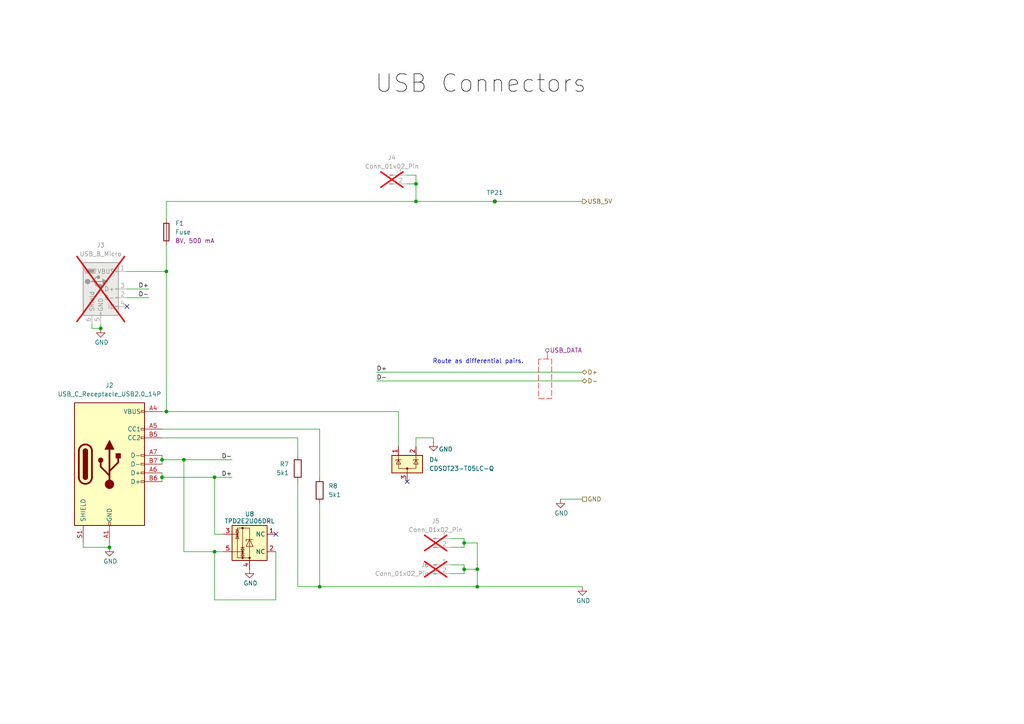
<source format=kicad_sch>
(kicad_sch (version 20250114) (generator "eeschema") (generator_version "9.0")
  (paper "A4")
  (title_block (title "MAGE-CANBOB-002") (date "2025-05-14") (rev "1") (comment 1 "Yiannis Michael") (comment 2 "2025-05-14") (comment 3 "Chris Thomas") (comment 4 "2025-06-02"))
  (lib_symbols
    (symbol "Connector:Conn_01x02_Pin" (pin_names (offset 1.016) (hide yes))
      (property "Reference" "J" (at 0 2.54 0))
      (property "Value" "Conn_01x02_Pin" (at 0 -5.08 0))
      (symbol "Conn_01x02_Pin_1_1"
        (rectangle (start 0.8636 0.127) (end 0 -0.127) (stroke (width 0.1524)) (fill (type outline)))
        (rectangle (start 0.8636 -2.413) (end 0 -2.667) (stroke (width 0.1524)) (fill (type outline)))
        (polyline (pts (xy 1.27 0) (xy 0.8636 0)) (stroke (width 0.1524)))
        (polyline (pts (xy 1.27 -2.54) (xy 0.8636 -2.54)) (stroke (width 0.1524)))
        (pin passive line (at 5.08 0 180) (length 3.81) (name "Pin_1") (number "1"))
        (pin passive line (at 5.08 -2.54 180) (length 3.81) (name "Pin_2") (number "2"))
      )
    )
    (symbol "Connector:TestPoint_Small" (pin_numbers (hide yes)) (pin_names (offset 0.762) (hide yes))
      (property "Reference" "TP" (at 0 3.81 0))
      (property "Value" "TestPoint_Small" (at 0 2.032 0))
      (symbol "TestPoint_Small_0_1"
        (circle (center 0 0) (radius 0.508))
      )
      (symbol "TestPoint_Small_1_1"
        (pin passive line (at 0 0 90) (length 0) (name "1") (number "1"))
      )
    )
    (symbol "Connector:USB_B_Micro" (pin_names (offset 1.016))
      (property "Reference" "J" (at -5.08 11.43 0))
      (property "Value" "USB_B_Micro" (at -5.08 8.89 0))
      (symbol "USB_B_Micro_0_1"
        (rectangle (start -5.08 -7.62) (end 5.08 7.62) (stroke (width 0.254)) (fill (type background)))
        (polyline (pts (xy -4.699 5.842) (xy -4.699 5.588) (xy -4.445 4.826) (xy -4.445 4.572) (xy -1.651 4.572) (xy -1.651 4.826) (xy -1.397 5.588) (xy -1.397 5.842) (xy -4.699 5.842)))
        (polyline (pts (xy -4.318 5.588) (xy -1.778 5.588) (xy -2.032 4.826) (xy -4.064 4.826) (xy -4.318 5.588)) (fill (type outline)))
        (circle (center -3.81 2.159) (radius 0.635) (stroke (width 0.254)) (fill (type outline)))
        (polyline (pts (xy -3.175 2.159) (xy -2.54 2.159) (xy -1.27 3.429) (xy -0.635 3.429)) (stroke (width 0.254)))
        (polyline (pts (xy -2.54 2.159) (xy -1.905 2.159) (xy -1.27 0.889) (xy 0 0.889)) (stroke (width 0.254)))
        (polyline (pts (xy -1.905 2.159) (xy 0.635 2.159)) (stroke (width 0.254)))
        (circle (center -0.635 3.429) (radius 0.381) (stroke (width 0.254)) (fill (type outline)))
        (rectangle (start -0.127 -7.62) (end 0.127 -6.858))
        (rectangle (start 0.254 1.27) (end -0.508 0.508) (stroke (width 0.254)) (fill (type outline)))
        (polyline (pts (xy 0.635 2.794) (xy 0.635 1.524) (xy 1.905 2.159) (xy 0.635 2.794)) (stroke (width 0.254)) (fill (type outline)))
        (rectangle (start 5.08 4.953) (end 4.318 5.207))
        (rectangle (start 5.08 -0.127) (end 4.318 0.127))
        (rectangle (start 5.08 -2.667) (end 4.318 -2.413))
        (rectangle (start 5.08 -5.207) (end 4.318 -4.953))
      )
      (symbol "USB_B_Micro_1_1"
        (pin passive line (at -2.54 -10.16 90) (length 2.54) (name "Shield") (number "6"))
        (pin power_out line (at 0 -10.16 90) (length 2.54) (name "GND") (number "5"))
        (pin power_out line (at 7.62 5.08 180) (length 2.54) (name "VBUS") (number "1"))
        (pin bidirectional line (at 7.62 0 180) (length 2.54) (name "D+") (number "3"))
        (pin bidirectional line (at 7.62 -2.54 180) (length 2.54) (name "D-") (number "2"))
        (pin passive line (at 7.62 -5.08 180) (length 2.54) (name "ID") (number "4"))
      )
    )
    (symbol "Connector:USB_C_Receptacle_USB2.0_14P" (pin_names (offset 1.016))
      (property "Reference" "J" (at 0 22.225 0))
      (property "Value" "USB_C_Receptacle_USB2.0_14P" (at 0 19.685 0))
      (symbol "USB_C_Receptacle_USB2.0_14P_0_0"
        (rectangle (start -0.254 -17.78) (end 0.254 -16.764))
        (rectangle (start 10.16 15.494) (end 9.144 14.986))
        (rectangle (start 10.16 10.414) (end 9.144 9.906))
        (rectangle (start 10.16 7.874) (end 9.144 7.366))
        (rectangle (start 10.16 2.794) (end 9.144 2.286))
        (rectangle (start 10.16 0.254) (end 9.144 -0.254))
        (rectangle (start 10.16 -2.286) (end 9.144 -2.794))
        (rectangle (start 10.16 -4.826) (end 9.144 -5.334))
      )
      (symbol "USB_C_Receptacle_USB2.0_14P_0_1"
        (rectangle (start -10.16 17.78) (end 10.16 -17.78) (stroke (width 0.254)) (fill (type background)))
        (polyline (pts (xy -8.89 -3.81) (xy -8.89 3.81)) (stroke (width 0.508)))
        (rectangle (start -7.62 -3.81) (end -6.35 3.81) (stroke (width 0.254)) (fill (type outline)))
        (arc (start -7.62 3.81) (mid -6.985 4.4423) (end -6.35 3.81) (stroke (width 0.254)))
        (arc (start -7.62 3.81) (mid -6.985 4.4423) (end -6.35 3.81) (stroke (width 0.254)) (fill (type outline)))
        (arc (start -8.89 3.81) (mid -6.985 5.7067) (end -5.08 3.81) (stroke (width 0.508)))
        (arc (start -5.08 -3.81) (mid -6.985 -5.7067) (end -8.89 -3.81) (stroke (width 0.508)))
        (arc (start -6.35 -3.81) (mid -6.985 -4.4423) (end -7.62 -3.81) (stroke (width 0.254)))
        (arc (start -6.35 -3.81) (mid -6.985 -4.4423) (end -7.62 -3.81) (stroke (width 0.254)) (fill (type outline)))
        (polyline (pts (xy -5.08 3.81) (xy -5.08 -3.81)) (stroke (width 0.508)))
        (circle (center -2.54 1.143) (radius 0.635) (stroke (width 0.254)) (fill (type outline)))
        (polyline (pts (xy -1.27 4.318) (xy 0 6.858) (xy 1.27 4.318) (xy -1.27 4.318)) (stroke (width 0.254)) (fill (type outline)))
        (polyline (pts (xy 0 -2.032) (xy 2.54 0.508) (xy 2.54 1.778)) (stroke (width 0.508)))
        (polyline (pts (xy 0 -3.302) (xy -2.54 -0.762) (xy -2.54 0.508)) (stroke (width 0.508)))
        (polyline (pts (xy 0 -5.842) (xy 0 4.318)) (stroke (width 0.508)))
        (circle (center 0 -5.842) (radius 1.27) (fill (type outline)))
        (rectangle (start 1.905 1.778) (end 3.175 3.048) (stroke (width 0.254)) (fill (type outline)))
      )
      (symbol "USB_C_Receptacle_USB2.0_14P_1_1"
        (pin passive line (at -7.62 -22.86 90) (length 5.08) (name "SHIELD") (number "S1"))
        (pin passive line (at 0 -22.86 90) (length 5.08) (name "GND") (number "A1"))
        (pin passive line (at 0 -22.86 90) (length 5.08) (hide yes) (name "GND") (number "A12"))
        (pin passive line (at 0 -22.86 90) (length 5.08) (hide yes) (name "GND") (number "B1"))
        (pin passive line (at 0 -22.86 90) (length 5.08) (hide yes) (name "GND") (number "B12"))
        (pin passive line (at 15.24 15.24 180) (length 5.08) (name "VBUS") (number "A4"))
        (pin passive line (at 15.24 15.24 180) (length 5.08) (hide yes) (name "VBUS") (number "A9"))
        (pin passive line (at 15.24 15.24 180) (length 5.08) (hide yes) (name "VBUS") (number "B4"))
        (pin passive line (at 15.24 15.24 180) (length 5.08) (hide yes) (name "VBUS") (number "B9"))
        (pin bidirectional line (at 15.24 10.16 180) (length 5.08) (name "CC1") (number "A5"))
        (pin bidirectional line (at 15.24 7.62 180) (length 5.08) (name "CC2") (number "B5"))
        (pin bidirectional line (at 15.24 2.54 180) (length 5.08) (name "D-") (number "A7"))
        (pin bidirectional line (at 15.24 0 180) (length 5.08) (name "D-") (number "B7"))
        (pin bidirectional line (at 15.24 -2.54 180) (length 5.08) (name "D+") (number "A6"))
        (pin bidirectional line (at 15.24 -5.08 180) (length 5.08) (name "D+") (number "B6"))
      )
    )
    (symbol "Device:Fuse" (pin_numbers (hide yes)) (pin_names (offset 0))
      (property "Reference" "F" (at 2.032 0 90))
      (property "Value" "Fuse" (at -1.905 0 90))
      (symbol "Fuse_0_1"
        (rectangle (start -0.762 -2.54) (end 0.762 2.54) (stroke (width 0.254)))
        (polyline (pts (xy 0 2.54) (xy 0 -2.54)))
      )
      (symbol "Fuse_1_1"
        (pin passive line (at 0 3.81 270) (length 1.27) (name "~") (number "1"))
        (pin passive line (at 0 -3.81 90) (length 1.27) (name "~") (number "2"))
      )
    )
    (symbol "Device:R" (pin_numbers (hide yes)) (pin_names (offset 0))
      (property "Reference" "R" (at 2.032 0 90))
      (property "Value" "R" (at 0 0 90))
      (symbol "R_0_1"
        (rectangle (start -1.016 -2.54) (end 1.016 2.54) (stroke (width 0.254)))
      )
      (symbol "R_1_1"
        (pin passive line (at 0 3.81 270) (length 1.27) (name "~") (number "1"))
        (pin passive line (at 0 -3.81 90) (length 1.27) (name "~") (number "2"))
      )
    )
    (symbol "Power_Protection:ESDA5V3L" (pin_names (hide yes))
      (property "Reference" "D" (at 5.715 2.54 0))
      (property "Value" "ESDA5V3L" (at 5.715 0.635 0))
      (symbol "ESDA5V3L_0_0"
        (pin passive line (at 0 -5.08 90) (length 2.54) (name "A") (number "3"))
      )
      (symbol "ESDA5V3L_0_1"
        (rectangle (start -4.445 2.54) (end 4.445 -2.54) (stroke (width 0.254)) (fill (type background)))
        (polyline (pts (xy -3.302 1.016) (xy -3.302 1.27) (xy -1.905 1.27) (xy -1.778 1.27)))
        (polyline (pts (xy -2.54 2.54) (xy -2.54 1.27)))
        (polyline (pts (xy -2.54 1.27) (xy -2.54 -1.27) (xy 2.54 -1.27) (xy 2.54 1.27)))
        (polyline (pts (xy -2.54 1.27) (xy -1.905 0) (xy -3.175 0) (xy -2.54 1.27)))
        (polyline (pts (xy 0 -1.27) (xy 0 -2.54)))
        (circle (center 0 -1.27) (radius 0.254) (fill (type outline)))
        (polyline (pts (xy 1.778 1.016) (xy 1.778 1.27) (xy 3.175 1.27) (xy 3.302 1.27)))
        (polyline (pts (xy 2.54 2.54) (xy 2.54 1.27)))
        (polyline (pts (xy 2.54 1.27) (xy 1.905 0) (xy 3.175 0) (xy 2.54 1.27)))
      )
      (symbol "ESDA5V3L_1_1"
        (pin passive line (at -2.54 5.08 270) (length 2.54) (name "K") (number "1"))
        (pin passive line (at 2.54 5.08 270) (length 2.54) (name "K") (number "2"))
      )
    )
    (symbol "Power_Protection:TPD2E2U06DRL"
      (property "Reference" "U" (at -3.81 6.35 0))
      (property "Value" "TPD2E2U06DRL" (at 0.508 -6.35 0))
      (symbol "TPD2E2U06DRL_0_1"
        (rectangle (start -5.08 5.08) (end 5.08 -5.08) (stroke (width 0.254)) (fill (type background)))
        (rectangle (start -3.556 4.318) (end 0 -4.318))
        (polyline (pts (xy -3.556 3.81) (xy -4.064 3.048) (xy -3.048 3.048) (xy -3.556 3.81)))
        (circle (center -3.556 2.54) (radius 0.254) (fill (type outline)))
        (polyline (pts (xy -3.556 2.54) (xy -5.08 2.54)))
        (polyline (pts (xy -3.556 2.032) (xy -4.064 1.27) (xy -3.048 1.27) (xy -3.556 2.032)))
        (polyline (pts (xy -3.048 3.81) (xy -4.064 3.81)))
        (polyline (pts (xy -3.048 2.032) (xy -4.064 2.032)))
        (circle (center -2.032 4.318) (radius 0.254) (fill (type outline)))
        (polyline (pts (xy -2.032 -1.27) (xy -2.54 -2.032) (xy -1.524 -2.032) (xy -2.032 -1.27)))
        (circle (center -2.032 -2.54) (radius 0.254) (fill (type outline)))
        (polyline (pts (xy -2.032 -2.54) (xy -5.08 -2.54)))
        (polyline (pts (xy -2.032 -3.048) (xy -2.54 -3.81) (xy -1.524 -3.81) (xy -2.032 -3.048)))
        (circle (center -2.032 -4.318) (radius 0.254) (fill (type outline)))
        (polyline (pts (xy -2.032 -4.318) (xy -2.032 4.318)))
        (polyline (pts (xy -1.524 -1.27) (xy -2.54 -1.27)))
        (polyline (pts (xy -1.524 -3.048) (xy -2.54 -3.048)))
        (polyline (pts (xy 0 1.016) (xy 1.016 -1.016) (xy -1.016 -1.016) (xy 0 1.016)))
        (polyline (pts (xy 0 -4.318) (xy 0 -5.08)))
        (circle (center 0 -4.318) (radius 0.254) (fill (type outline)))
        (polyline (pts (xy 1.016 1.016) (xy -1.016 1.016) (xy -1.016 0.508)))
      )
      (symbol "TPD2E2U06DRL_1_1"
        (pin passive line (at -7.62 2.54 0) (length 2.54) (name "~") (number "3"))
        (pin passive line (at -7.62 -2.54 0) (length 2.54) (name "~") (number "5"))
        (pin passive line (at 0 -7.62 90) (length 2.54) (name "~") (number "4"))
        (pin passive line (at 7.62 2.54 180) (length 2.54) (name "NC") (number "1"))
        (pin passive line (at 7.62 -2.54 180) (length 2.54) (name "NC") (number "2"))
      )
    )
    (symbol "power:GND" (power) (pin_numbers (hide yes)) (pin_names (offset 0) (hide yes))
      (property "Value" "GND" (at 0 -3.81 0))
      (symbol "GND_0_1"
        (polyline (pts (xy 0 0) (xy 0 -1.27) (xy 1.27 -1.27) (xy 0 -2.54) (xy -1.27 -1.27) (xy 0 -1.27)))
      )
      (symbol "GND_1_1"
        (pin power_in line (at 0 0 270) (length 0) (name "~") (number "1"))
      )
    )
  )
  (text "Route as differential pairs." (at 138.684 104.902 0) (effects (font (size 1.27 1.27))))
  (text "USB Connectors" (at 139.446 24.384 0) (effects (font (size 5.08 5.08))))
  (junction (at 120.65 58.42))
  (junction (at 138.43 170.18))
  (junction (at 62.23 160.02))
  (junction (at 134.62 157.48))
  (junction (at 134.62 165.1))
  (junction (at 62.23 138.43))
  (junction (at 48.26 119.38))
  (junction (at 29.21 95.25))
  (junction (at 46.99 133.35))
  (junction (at 120.65 53.34))
  (junction (at 53.34 133.35))
  (junction (at 46.99 138.43))
  (junction (at 92.71 170.18))
  (junction (at 143.51 58.42))
  (junction (at 48.26 78.74))
  (junction (at 31.75 158.75))
  (junction (at 138.43 165.1))
  (no_connect (at 36.83 88.9))
  (no_connect (at 118.11 139.7))
  (no_connect (at 80.01 154.94))
  (wire (pts (xy 48.26 58.42) (xy 48.26 63.5)))
  (wire (pts (xy 36.83 86.36) (xy 43.18 86.36)))
  (wire (pts (xy 36.83 83.82) (xy 43.18 83.82)))
  (wire (pts (xy 24.13 158.75) (xy 31.75 158.75)))
  (wire (pts (xy 53.34 133.35) (xy 67.31 133.35)))
  (wire (pts (xy 48.26 71.12) (xy 48.26 78.74)))
  (wire (pts (xy 120.65 127) (xy 125.73 127)))
  (wire (pts (xy 67.31 138.43) (xy 62.23 138.43)))
  (wire (pts (xy 138.43 170.18) (xy 168.91 170.18)))
  (wire (pts (xy 46.99 138.43) (xy 46.99 137.16)))
  (wire (pts (xy 46.99 139.7) (xy 46.99 138.43)))
  (wire (pts (xy 86.36 170.18) (xy 92.71 170.18)))
  (wire (pts (xy 115.57 119.38) (xy 115.57 129.54)))
  (wire (pts (xy 134.62 163.83) (xy 134.62 165.1)))
  (wire (pts (xy 138.43 170.18) (xy 138.43 165.1)))
  (wire (pts (xy 138.43 170.18) (xy 92.71 170.18)))
  (wire (pts (xy 118.11 50.8) (xy 120.65 50.8)))
  (wire (pts (xy 120.65 53.34) (xy 120.65 58.42)))
  (wire (pts (xy 125.73 127) (xy 125.73 128.27)))
  (wire (pts (xy 134.62 157.48) (xy 134.62 158.75)))
  (wire (pts (xy 64.77 160.02) (xy 62.23 160.02)))
  (wire (pts (xy 120.65 129.54) (xy 120.65 127)))
  (wire (pts (xy 138.43 165.1) (xy 134.62 165.1)))
  (wire (pts (xy 36.83 78.74) (xy 48.26 78.74)))
  (wire (pts (xy 46.99 119.38) (xy 48.26 119.38)))
  (wire (pts (xy 143.51 58.42) (xy 120.65 58.42)))
  (wire (pts (xy 46.99 133.35) (xy 53.34 133.35)))
  (wire (pts (xy 134.62 165.1) (xy 134.62 166.37)))
  (wire (pts (xy 46.99 133.35) (xy 46.99 134.62)))
  (wire (pts (xy 62.23 154.94) (xy 64.77 154.94)))
  (wire (pts (xy 130.81 156.21) (xy 134.62 156.21)))
  (wire (pts (xy 62.23 173.99) (xy 62.23 160.02)))
  (wire (pts (xy 31.75 157.48) (xy 31.75 158.75)))
  (wire (pts (xy 109.22 110.49) (xy 168.91 110.49)))
  (wire (pts (xy 130.81 163.83) (xy 134.62 163.83)))
  (wire (pts (xy 80.01 160.02) (xy 80.01 173.99)))
  (wire (pts (xy 46.99 127) (xy 86.36 127)))
  (wire (pts (xy 48.26 78.74) (xy 48.26 119.38)))
  (wire (pts (xy 92.71 146.05) (xy 92.71 170.18)))
  (wire (pts (xy 86.36 139.7) (xy 86.36 170.18)))
  (wire (pts (xy 134.62 157.48) (xy 138.43 157.48)))
  (wire (pts (xy 48.26 58.42) (xy 120.65 58.42)))
  (wire (pts (xy 134.62 166.37) (xy 130.81 166.37)))
  (wire (pts (xy 26.67 93.98) (xy 26.67 95.25)))
  (wire (pts (xy 162.56 144.78) (xy 168.91 144.78)))
  (wire (pts (xy 134.62 158.75) (xy 130.81 158.75)))
  (wire (pts (xy 46.99 138.43) (xy 62.23 138.43)))
  (wire (pts (xy 134.62 156.21) (xy 134.62 157.48)))
  (wire (pts (xy 53.34 133.35) (xy 53.34 160.02)))
  (wire (pts (xy 29.21 93.98) (xy 29.21 95.25)))
  (wire (pts (xy 62.23 160.02) (xy 53.34 160.02)))
  (wire (pts (xy 62.23 138.43) (xy 62.23 154.94)))
  (wire (pts (xy 92.71 138.43) (xy 92.71 124.46)))
  (wire (pts (xy 92.71 124.46) (xy 46.99 124.46)))
  (wire (pts (xy 120.65 50.8) (xy 120.65 53.34)))
  (wire (pts (xy 86.36 127) (xy 86.36 132.08)))
  (wire (pts (xy 48.26 119.38) (xy 115.57 119.38)))
  (wire (pts (xy 168.91 58.42) (xy 143.51 58.42)))
  (wire (pts (xy 118.11 53.34) (xy 120.65 53.34)))
  (wire (pts (xy 26.67 95.25) (xy 29.21 95.25)))
  (wire (pts (xy 80.01 173.99) (xy 62.23 173.99)))
  (wire (pts (xy 109.22 107.95) (xy 168.91 107.95)))
  (wire (pts (xy 24.13 157.48) (xy 24.13 158.75)))
  (wire (pts (xy 138.43 157.48) (xy 138.43 165.1)))
  (wire (pts (xy 46.99 133.35) (xy 46.99 132.08)))
  (label "D+" (at 67.31 138.43 180))
  (label "D-" (at 43.18 86.36 180))
  (label "D+" (at 43.18 83.82 180))
  (label "D-" (at 109.22 110.49 0))
  (label "D-" (at 67.31 133.35 180))
  (label "D+" (at 109.22 107.95 0))
  (hierarchical_label "GND" (shape passive) (at 168.91 144.78 0))
  (hierarchical_label "D+" (shape bidirectional) (at 168.91 107.95 0))
  (hierarchical_label "USB_5V" (shape output) (at 168.91 58.42 0))
  (hierarchical_label "D-" (shape bidirectional) (at 168.91 110.49 0))
  (rule_area (polyline (pts (xy 156.21 104.14) (xy 156.21 115.57) (xy 160.02 115.57) (xy 160.02 104.14)) (stroke (width 0) (type dash))))
  (netclass_flag "" (length 2.54) (shape round) (at 158.75 104.14 0) (property "Netclass" "USB_DATA" (at 159.4485 101.6 0) (effects (justify left))))
  (symbol (lib_id "Device:Fuse") (at 48.26 67.31 180) (unit 1)
    (property "Reference" "F1" (at 50.8 64.7699 0) (effects (justify right)))
    (property "Value" "Fuse" (at 50.8 67.3099 0) (effects (justify right)))
    (property "Footprint" "Fuse:Fuse_0603_1608Metric_Pad1.05x0.95mm_HandSolder" (effects (hide yes)))
    (property "Description" "Fuse" (effects (hide yes)))
    (property "Rating" "8V, 500 mA" (at 50.8 69.8499 0) (effects (justify right)))
    (property "MPN" "PTSLR06038V050" (effects (hide yes)))
  )
  (symbol (lib_id "Connector:Conn_01x02_Pin") (at 125.73 156.21 0) (unit 1) (dnp yes)
    (property "Reference" "J5" (at 126.365 151.13 0))
    (property "Value" "Conn_01x02_Pin" (at 126.365 153.67 0))
    (property "Footprint" "Connector_PinHeader_2.54mm:PinHeader_1x02_P2.54mm_Vertical" (effects (hide yes)))
    (property "Description" "Generic connector, single row, 01x02, script generated" (effects (hide yes)))
    (property "MPN" "Generic" (effects (hide yes)))
  )
  (symbol (lib_id "Connector:TestPoint_Small") (at 143.51 58.42 0) (unit 1)
    (property "Reference" "TP21" (at 143.51 55.88 0))
    (property "Value" "TestPoint_Small" (effects (hide yes)))
    (property "Footprint" "TestPoint:TestPoint_Pad_D1.5mm" (effects (hide yes)))
    (property "Description" "test point" (effects (hide yes)))
    (property "MPN" "Generic" (effects (hide yes)))
  )
  (symbol (lib_id "Device:R") (at 92.71 142.24 0) (unit 1)
    (property "Reference" "R8" (at 95.25 140.9699 0) (effects (justify left)))
    (property "Value" "5k1" (at 95.25 143.5099 0) (effects (justify left)))
    (property "Footprint" "Resistor_SMD:R_0603_1608Metric_Pad0.98x0.95mm_HandSolder" (effects (hide yes)))
    (property "Description" "Resistor" (effects (hide yes)))
    (property "MPN" "MCT06030C5101FPW00" (effects (hide yes)))
  )
  (symbol (lib_id "Device:R") (at 86.36 135.89 0) (unit 1)
    (property "Reference" "R7" (at 83.82 134.6199 0) (effects (justify right)))
    (property "Value" "5k1" (at 83.82 137.1599 0) (effects (justify right)))
    (property "Footprint" "Resistor_SMD:R_0603_1608Metric_Pad0.98x0.95mm_HandSolder" (effects (hide yes)))
    (property "Description" "Resistor" (effects (hide yes)))
    (property "MPN" "MCT06030C5101FPW00" (effects (hide yes)))
  )
  (symbol (lib_id "Power_Protection:ESDA5V3L") (at 118.11 134.62 0) (unit 1)
    (property "Reference" "D4" (at 124.46 133.3499 0) (effects (justify left)))
    (property "Value" "CDSOT23-T05LC-Q" (at 124.46 135.8899 0) (effects (justify left)))
    (property "Footprint" "Package_TO_SOT_SMD:SOT-23-3" (effects (hide yes)))
    (property "MPN" "CDSOT23-T05LC-Q " (effects (hide yes)))
  )
  (symbol (lib_id "Connector:USB_B_Micro") (at 29.21 83.82 0) (unit 1) (dnp yes)
    (property "Reference" "J3" (at 29.21 71.12 0))
    (property "Value" "USB_B_Micro" (at 29.21 73.66 0))
    (property "Footprint" "Connector_USB:USB_Micro-B_Wuerth_629105150521" (effects (hide yes)))
    (property "Description" "USB Micro Type B connector" (effects (hide yes)))
    (property "MPN" "629105150521" (effects (hide yes)))
  )
  (symbol (lib_id "power:GND") (at 125.73 128.27 0) (unit 1)
    (property "Reference" "#PWR068" (effects (hide yes)))
    (property "Value" "GND" (at 129.286 130.302 0))
    (property "Description" "Power symbol creates a global label with name \"GND\" , ground" (effects (hide yes)))
  )
  (symbol (lib_id "Power_Protection:TPD2E2U06DRL") (at 72.39 157.48 0) (unit 1)
    (property "Reference" "U8" (at 72.39 149.098 0))
    (property "Value" "TPD2E2U06DRL" (at 72.39 151.13 0))
    (property "Footprint" "Package_TO_SOT_SMD:SOT-553" (effects (hide yes)))
    (property "Datasheet" "http://www.ti.com/lit/ds/symlink/tpd2e2u06.pdf" (effects (hide yes)))
    (property "Description" "Dual-Channel High-Speed ESD Protection, SOT-553" (effects (hide yes)))
    (property "MPN" "TPD2E2U06DRLR" (effects (hide yes)))
  )
  (symbol (lib_id "power:GND") (at 162.56 144.78 0) (unit 1)
    (property "Reference" "#PWR042" (effects (hide yes)))
    (property "Value" "GND" (at 162.814 148.844 0))
    (property "Description" "Power symbol creates a global label with name \"GND\" , ground" (effects (hide yes)))
  )
  (symbol (lib_id "Connector:Conn_01x02_Pin") (at 125.73 163.83 0) (unit 1) (dnp yes)
    (property "Reference" "J6" (at 124.46 163.8299 0) (effects (justify right)))
    (property "Value" "Conn_01x02_Pin" (at 124.46 166.3699 0) (effects (justify right)))
    (property "Footprint" "Connector_PinHeader_2.54mm:PinHeader_1x02_P2.54mm_Vertical" (effects (hide yes)))
    (property "Description" "Generic connector, single row, 01x02, script generated" (effects (hide yes)))
    (property "MPN" "Generic" (effects (hide yes)))
  )
  (symbol (lib_id "power:GND") (at 72.39 165.1 0) (unit 1)
    (property "Reference" "#PWR069" (effects (hide yes)))
    (property "Value" "GND" (at 72.644 169.164 0))
    (property "Description" "Power symbol creates a global label with name \"GND\" , ground" (effects (hide yes)))
  )
  (symbol (lib_id "power:GND") (at 168.91 170.18 0) (unit 1)
    (property "Reference" "#PWR043" (effects (hide yes)))
    (property "Value" "GND" (at 169.164 174.244 0))
    (property "Description" "Power symbol creates a global label with name \"GND\" , ground" (effects (hide yes)))
  )
  (symbol (lib_id "Connector:USB_C_Receptacle_USB2.0_14P") (at 31.75 134.62 0) (unit 1)
    (property "Reference" "J2" (at 31.75 111.76 0))
    (property "Value" "USB_C_Receptacle_USB2.0_14P" (at 31.75 114.3 0))
    (property "Footprint" "Connector_USB:USB_C_Receptacle_JAE_DX07S016JA1R1500" (effects (hide yes)))
    (property "Datasheet" "https://www.usb.org/sites/default/files/documents/usb_type-c.zip" (effects (hide yes)))
    (property "Description" "USB 2.0-only 14P Type-C Receptacle connector" (effects (hide yes)))
    (property "MPN" "DX07S016JA1R1500" (effects (hide yes)))
  )
  (symbol (lib_id "power:GND") (at 29.21 95.25 0) (unit 1)
    (property "Reference" "#PWR040" (effects (hide yes)))
    (property "Value" "GND" (at 29.464 99.314 0))
    (property "Description" "Power symbol creates a global label with name \"GND\" , ground" (effects (hide yes)))
  )
  (symbol (lib_id "Connector:Conn_01x02_Pin") (at 113.03 50.8 0) (unit 1) (dnp yes)
    (property "Reference" "J4" (at 113.665 45.72 0))
    (property "Value" "Conn_01x02_Pin" (at 113.665 48.26 0))
    (property "Footprint" "Connector_PinHeader_2.54mm:PinHeader_1x02_P2.54mm_Vertical" (effects (hide yes)))
    (property "Description" "Generic connector, single row, 01x02, script generated" (effects (hide yes)))
    (property "MPN" "Generic" (effects (hide yes)))
  )
  (symbol (lib_id "power:GND") (at 31.75 158.75 0) (unit 1)
    (property "Reference" "#PWR041" (effects (hide yes)))
    (property "Value" "GND" (at 32.004 162.814 0))
    (property "Description" "Power symbol creates a global label with name \"GND\" , ground" (effects (hide yes)))
  )
)
</source>
